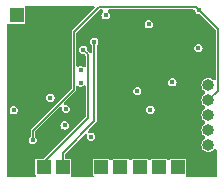
<source format=gbr>
%TF.GenerationSoftware,KiCad,Pcbnew,7.0.2-6a45011f42~172~ubuntu22.04.1*%
%TF.CreationDate,2023-06-03T20:54:13+08:00*%
%TF.ProjectId,fly2040_min,666c7932-3034-4305-9f6d-696e2e6b6963,rev?*%
%TF.SameCoordinates,PX45b6ae0PY2f1c8c0*%
%TF.FileFunction,Copper,L4,Bot*%
%TF.FilePolarity,Positive*%
%FSLAX46Y46*%
G04 Gerber Fmt 4.6, Leading zero omitted, Abs format (unit mm)*
G04 Created by KiCad (PCBNEW 7.0.2-6a45011f42~172~ubuntu22.04.1) date 2023-06-03 20:54:13*
%MOMM*%
%LPD*%
G01*
G04 APERTURE LIST*
%TA.AperFunction,ComponentPad*%
%ADD10R,1.200000X1.200000*%
%TD*%
%TA.AperFunction,ComponentPad*%
%ADD11O,1.000000X1.000000*%
%TD*%
%TA.AperFunction,ViaPad*%
%ADD12C,0.450000*%
%TD*%
%TA.AperFunction,Conductor*%
%ADD13C,0.200000*%
%TD*%
G04 APERTURE END LIST*
D10*
%TO.P,J7,1,Pin_1*%
%TO.N,NS_SCL*%
X3687500Y-14150000D03*
%TD*%
D11*
%TO.P,J8,1,Pin_1*%
%TO.N,RST*%
X17644248Y-7218121D03*
%TO.P,J8,2,Pin_2*%
%TO.N,BOOT*%
X17644248Y-8488121D03*
%TO.P,J8,3,Pin_3*%
%TO.N,D+*%
X17644248Y-9758121D03*
%TO.P,J8,4,Pin_4*%
%TO.N,D-*%
X17644248Y-11028121D03*
%TO.P,J8,5,Pin_5*%
%TO.N,+3V3*%
X17644248Y-12298121D03*
%TO.P,J8,6,Pin_6*%
%TO.N,GND*%
X17644248Y-13568121D03*
%TD*%
D10*
%TO.P,J1,1,Pin_1*%
%TO.N,NS_CPU*%
X1410000Y-1320000D03*
%TD*%
%TO.P,J4,1,Pin_1*%
%TO.N,NS_CMD*%
X11825000Y-14150000D03*
%TD*%
%TO.P,J2,1,Pin_1*%
%TO.N,NS_RST*%
X8570000Y-14150000D03*
%TD*%
%TO.P,J6,1,Pin_1*%
%TO.N,NS_SDA*%
X5320000Y-14150000D03*
%TD*%
%TO.P,J5,1,Pin_1*%
%TO.N,NS_D0*%
X13452500Y-14150000D03*
%TD*%
%TO.P,J9,1,Pin_1*%
%TO.N,GND*%
X6942500Y-14150000D03*
%TD*%
%TO.P,J3,1,Pin_1*%
%TO.N,NS_CLK*%
X10197500Y-14150000D03*
%TD*%
%TO.P,J10,1,Pin_1*%
%TO.N,+3V3*%
X15080000Y-14150000D03*
%TD*%
D12*
%TO.N,GND*%
X10730000Y-8200000D03*
X5700000Y-2420000D03*
X15920000Y-2760000D03*
%TO.N,+3V3*%
X5460000Y-10630000D03*
X12600000Y-2060000D03*
X12735000Y-9300000D03*
X8935000Y-1300000D03*
X6820000Y-5940000D03*
X1160000Y-9340000D03*
X16790000Y-4080000D03*
X14590000Y-6970000D03*
X7710000Y-11590000D03*
%TO.N,BOOT*%
X16850000Y-870000D03*
X2770000Y-11870000D03*
%TO.N,RST*%
X5580000Y-9240000D03*
%TO.N,+1V1*%
X6830000Y-6995000D03*
X11620000Y-7715000D03*
X4270000Y-8270000D03*
%TO.N,NS_SDA*%
X7980000Y-3530000D03*
%TO.N,NS_SCL*%
X7040000Y-4210000D03*
%TD*%
D13*
%TO.N,BOOT*%
X18444248Y-2464248D02*
X16850000Y-870000D01*
X6250000Y-2710000D02*
X8340000Y-620000D01*
X6250000Y-7590000D02*
X6250000Y-2710000D01*
X2770000Y-11070000D02*
X6250000Y-7590000D01*
X18444248Y-7688121D02*
X18444248Y-2464248D01*
X16600000Y-620000D02*
X16850000Y-870000D01*
X2770000Y-11870000D02*
X2770000Y-11070000D01*
X8340000Y-620000D02*
X16600000Y-620000D01*
X17644248Y-8488121D02*
X18444248Y-7688121D01*
%TO.N,NS_SDA*%
X5320000Y-12950000D02*
X5320000Y-14150000D01*
X7980000Y-10290000D02*
X5320000Y-12950000D01*
X7980000Y-3530000D02*
X7980000Y-10290000D01*
%TO.N,NS_SCL*%
X7040000Y-4210000D02*
X7060000Y-4210000D01*
X7060000Y-4210000D02*
X7460000Y-4610000D01*
X7460000Y-4610000D02*
X7460000Y-9980000D01*
X3687500Y-13752500D02*
X3687500Y-14150000D01*
X7460000Y-9980000D02*
X3687500Y-13752500D01*
%TD*%
%TA.AperFunction,Conductor*%
%TO.N,GND*%
G36*
X7953230Y-522555D02*
G01*
X7999813Y-576133D01*
X8010036Y-646390D01*
X7980651Y-711020D01*
X7974383Y-717763D01*
X6153965Y-2538181D01*
X6132779Y-2553215D01*
X6112958Y-2578069D01*
X6103556Y-2588590D01*
X6100984Y-2591161D01*
X6099051Y-2594239D01*
X6090882Y-2605752D01*
X6071063Y-2630605D01*
X6067332Y-2639614D01*
X6063772Y-2671198D01*
X6061410Y-2685104D01*
X6060600Y-2688655D01*
X6060600Y-2692286D01*
X6059808Y-2706393D01*
X6056249Y-2737980D01*
X6060600Y-2763588D01*
X6060600Y-7459357D01*
X6040598Y-7527478D01*
X6023695Y-7548452D01*
X2673965Y-10898181D01*
X2652779Y-10913215D01*
X2632958Y-10938069D01*
X2623556Y-10948590D01*
X2620984Y-10951161D01*
X2619051Y-10954239D01*
X2610882Y-10965752D01*
X2591063Y-10990605D01*
X2587332Y-10999614D01*
X2583772Y-11031198D01*
X2581410Y-11045104D01*
X2580600Y-11048655D01*
X2580600Y-11052286D01*
X2579808Y-11066393D01*
X2576249Y-11097980D01*
X2580600Y-11123588D01*
X2580600Y-11511526D01*
X2560598Y-11579647D01*
X2543696Y-11600621D01*
X2482905Y-11661412D01*
X2432500Y-11760338D01*
X2415130Y-11869999D01*
X2432500Y-11979661D01*
X2482906Y-12078589D01*
X2561410Y-12157093D01*
X2561412Y-12157094D01*
X2561413Y-12157095D01*
X2660339Y-12207500D01*
X2770000Y-12224869D01*
X2879661Y-12207500D01*
X2978587Y-12157095D01*
X3057095Y-12078587D01*
X3107500Y-11979661D01*
X3124869Y-11870000D01*
X3124843Y-11869839D01*
X3113558Y-11798587D01*
X3107500Y-11760339D01*
X3057095Y-11661413D01*
X3057094Y-11661412D01*
X3057093Y-11661410D01*
X2996305Y-11600622D01*
X2962279Y-11538310D01*
X2959400Y-11511527D01*
X2959400Y-11200641D01*
X2979402Y-11132520D01*
X2996305Y-11111546D01*
X3477852Y-10629999D01*
X5105130Y-10629999D01*
X5122500Y-10739661D01*
X5172906Y-10838589D01*
X5251410Y-10917093D01*
X5251412Y-10917094D01*
X5251413Y-10917095D01*
X5350339Y-10967500D01*
X5460000Y-10984869D01*
X5569661Y-10967500D01*
X5668587Y-10917095D01*
X5747095Y-10838587D01*
X5797500Y-10739661D01*
X5814869Y-10630000D01*
X5797500Y-10520339D01*
X5747095Y-10421413D01*
X5747094Y-10421412D01*
X5747093Y-10421410D01*
X5668589Y-10342906D01*
X5569661Y-10292500D01*
X5460000Y-10275130D01*
X5350338Y-10292500D01*
X5251410Y-10342906D01*
X5172906Y-10421410D01*
X5122500Y-10520338D01*
X5105130Y-10629999D01*
X3477852Y-10629999D01*
X4003749Y-10104102D01*
X5018162Y-9089688D01*
X5080472Y-9055665D01*
X5151287Y-9060729D01*
X5208123Y-9103276D01*
X5232934Y-9169796D01*
X5231704Y-9198495D01*
X5225130Y-9239998D01*
X5242500Y-9349661D01*
X5292906Y-9448589D01*
X5371410Y-9527093D01*
X5371412Y-9527094D01*
X5371413Y-9527095D01*
X5470339Y-9577500D01*
X5580000Y-9594869D01*
X5689661Y-9577500D01*
X5788587Y-9527095D01*
X5867095Y-9448587D01*
X5917500Y-9349661D01*
X5934869Y-9240000D01*
X5917500Y-9130339D01*
X5867095Y-9031413D01*
X5867094Y-9031412D01*
X5867093Y-9031410D01*
X5788589Y-8952906D01*
X5689661Y-8902500D01*
X5579998Y-8885130D01*
X5538495Y-8891704D01*
X5468084Y-8882604D01*
X5413770Y-8836882D01*
X5392798Y-8769053D01*
X5411826Y-8700654D01*
X5429686Y-8678164D01*
X6346031Y-7761819D01*
X6367216Y-7746788D01*
X6371123Y-7741888D01*
X6371126Y-7741887D01*
X6387038Y-7721933D01*
X6396450Y-7711401D01*
X6399016Y-7708836D01*
X6400944Y-7705766D01*
X6409125Y-7694237D01*
X6428944Y-7669386D01*
X6432665Y-7660401D01*
X6433367Y-7654166D01*
X6433369Y-7654164D01*
X6436227Y-7628796D01*
X6438591Y-7614884D01*
X6439400Y-7611341D01*
X6439400Y-7607713D01*
X6440192Y-7593605D01*
X6443049Y-7568249D01*
X6443048Y-7568247D01*
X6443750Y-7562020D01*
X6439400Y-7536412D01*
X6439400Y-7394968D01*
X6459402Y-7326847D01*
X6513058Y-7280354D01*
X6583332Y-7270250D01*
X6622601Y-7282700D01*
X6720339Y-7332500D01*
X6812629Y-7347117D01*
X6829999Y-7349869D01*
X6829999Y-7349868D01*
X6830000Y-7349869D01*
X6939661Y-7332500D01*
X7038587Y-7282095D01*
X7041918Y-7278764D01*
X7055505Y-7265178D01*
X7117817Y-7231152D01*
X7188632Y-7236217D01*
X7245468Y-7278764D01*
X7270279Y-7345284D01*
X7270600Y-7354273D01*
X7270600Y-9849357D01*
X7250598Y-9917478D01*
X7233695Y-9938452D01*
X3759551Y-13412595D01*
X3697239Y-13446621D01*
X3670456Y-13449500D01*
X3077602Y-13449500D01*
X3048287Y-13455331D01*
X3015043Y-13477543D01*
X2992830Y-13510787D01*
X2987000Y-13540100D01*
X2987000Y-14759897D01*
X2991671Y-14783382D01*
X2992831Y-14789213D01*
X3015043Y-14822457D01*
X3015044Y-14822457D01*
X3023429Y-14835007D01*
X3044643Y-14902760D01*
X3025859Y-14971227D01*
X2973041Y-15018670D01*
X2918875Y-15031008D01*
X676342Y-15034787D01*
X608188Y-15014900D01*
X561605Y-14961322D01*
X550130Y-14908659D01*
X555855Y-9366987D01*
X563054Y-9342561D01*
X560694Y-9337191D01*
X804010Y-9337191D01*
X806304Y-9347407D01*
X822500Y-9449661D01*
X872906Y-9548589D01*
X951410Y-9627093D01*
X951412Y-9627094D01*
X951413Y-9627095D01*
X1050339Y-9677500D01*
X1142629Y-9692117D01*
X1159999Y-9694869D01*
X1159999Y-9694868D01*
X1160000Y-9694869D01*
X1269661Y-9677500D01*
X1368587Y-9627095D01*
X1447095Y-9548587D01*
X1497500Y-9449661D01*
X1514869Y-9340000D01*
X1514413Y-9337124D01*
X1508533Y-9299999D01*
X1497500Y-9230339D01*
X1447095Y-9131413D01*
X1447094Y-9131412D01*
X1447093Y-9131410D01*
X1368589Y-9052906D01*
X1269661Y-9002500D01*
X1160000Y-8985130D01*
X1050338Y-9002500D01*
X951410Y-9052906D01*
X872906Y-9131410D01*
X822500Y-9230338D01*
X806360Y-9332236D01*
X804010Y-9337191D01*
X560694Y-9337191D01*
X556950Y-9328672D01*
X555911Y-9312406D01*
X556988Y-8269999D01*
X3915130Y-8269999D01*
X3932500Y-8379661D01*
X3982906Y-8478589D01*
X4061410Y-8557093D01*
X4061412Y-8557094D01*
X4061413Y-8557095D01*
X4160339Y-8607500D01*
X4270000Y-8624869D01*
X4379661Y-8607500D01*
X4478587Y-8557095D01*
X4557095Y-8478587D01*
X4607500Y-8379661D01*
X4624869Y-8270000D01*
X4607500Y-8160339D01*
X4557095Y-8061413D01*
X4557094Y-8061412D01*
X4557093Y-8061410D01*
X4478589Y-7982906D01*
X4379661Y-7932500D01*
X4270000Y-7915130D01*
X4160338Y-7932500D01*
X4061410Y-7982906D01*
X3982906Y-8061410D01*
X3932500Y-8160338D01*
X3915130Y-8269999D01*
X556988Y-8269999D01*
X563350Y-2111662D01*
X583422Y-2043564D01*
X637126Y-1997126D01*
X707411Y-1987095D01*
X759350Y-2007027D01*
X770787Y-2014669D01*
X800101Y-2020500D01*
X2019898Y-2020499D01*
X2049213Y-2014669D01*
X2082457Y-1992457D01*
X2104669Y-1959213D01*
X2110500Y-1929899D01*
X2110499Y-710102D01*
X2104669Y-680787D01*
X2104668Y-680786D01*
X2101088Y-662781D01*
X2107419Y-592067D01*
X2150975Y-536001D01*
X2217929Y-512384D01*
X2224427Y-512204D01*
X7885081Y-502669D01*
X7953230Y-522555D01*
G37*
%TD.AperFunction*%
%TA.AperFunction,Conductor*%
G36*
X8693848Y-829402D02*
G01*
X8740341Y-883058D01*
X8750445Y-953332D01*
X8720951Y-1017912D01*
X8714822Y-1024495D01*
X8647906Y-1091410D01*
X8597500Y-1190338D01*
X8580130Y-1299999D01*
X8597500Y-1409661D01*
X8647906Y-1508589D01*
X8726410Y-1587093D01*
X8726412Y-1587094D01*
X8726413Y-1587095D01*
X8825339Y-1637500D01*
X8935000Y-1654869D01*
X9044661Y-1637500D01*
X9143587Y-1587095D01*
X9222095Y-1508587D01*
X9272500Y-1409661D01*
X9289869Y-1300000D01*
X9272500Y-1190339D01*
X9222095Y-1091413D01*
X9222094Y-1091412D01*
X9222093Y-1091410D01*
X9155178Y-1024495D01*
X9121152Y-962183D01*
X9126217Y-891368D01*
X9168764Y-834532D01*
X9235284Y-809721D01*
X9244273Y-809400D01*
X16377919Y-809400D01*
X16446040Y-829402D01*
X16492533Y-883058D01*
X16502368Y-915689D01*
X16512500Y-979661D01*
X16562906Y-1078589D01*
X16641410Y-1157093D01*
X16641412Y-1157094D01*
X16641413Y-1157095D01*
X16740339Y-1207500D01*
X16850000Y-1224869D01*
X16850001Y-1224868D01*
X16850002Y-1224869D01*
X16861709Y-1223015D01*
X16932120Y-1232113D01*
X16970516Y-1258368D01*
X18217943Y-2505795D01*
X18251969Y-2568107D01*
X18254848Y-2594890D01*
X18254848Y-6674234D01*
X18234846Y-6742355D01*
X18181190Y-6788848D01*
X18110916Y-6798952D01*
X18052144Y-6774196D01*
X17947090Y-6693585D01*
X17801009Y-6633076D01*
X17644248Y-6612439D01*
X17487486Y-6633076D01*
X17341405Y-6693585D01*
X17215965Y-6789838D01*
X17119712Y-6915278D01*
X17059203Y-7061359D01*
X17038566Y-7218121D01*
X17059203Y-7374882D01*
X17119712Y-7520963D01*
X17215965Y-7646403D01*
X17354567Y-7752756D01*
X17351662Y-7756541D01*
X17382358Y-7781295D01*
X17404756Y-7848666D01*
X17387175Y-7917452D01*
X17352016Y-7950162D01*
X17354567Y-7953486D01*
X17215965Y-8059838D01*
X17119712Y-8185278D01*
X17059203Y-8331359D01*
X17038566Y-8488121D01*
X17059203Y-8644882D01*
X17119712Y-8790963D01*
X17215965Y-8916403D01*
X17354567Y-9022756D01*
X17351660Y-9026543D01*
X17382295Y-9051203D01*
X17404752Y-9118555D01*
X17387232Y-9187355D01*
X17352023Y-9220171D01*
X17354567Y-9223486D01*
X17215965Y-9329838D01*
X17119712Y-9455278D01*
X17059203Y-9601359D01*
X17038566Y-9758121D01*
X17059203Y-9914882D01*
X17119712Y-10060963D01*
X17215965Y-10186403D01*
X17354567Y-10292756D01*
X17351662Y-10296541D01*
X17382358Y-10321295D01*
X17404756Y-10388666D01*
X17387175Y-10457452D01*
X17352016Y-10490162D01*
X17354567Y-10493486D01*
X17215965Y-10599838D01*
X17119712Y-10725278D01*
X17059203Y-10871359D01*
X17038566Y-11028120D01*
X17059203Y-11184882D01*
X17119712Y-11330963D01*
X17215965Y-11456403D01*
X17354567Y-11562756D01*
X17351660Y-11566543D01*
X17382295Y-11591203D01*
X17404752Y-11658555D01*
X17387232Y-11727355D01*
X17352023Y-11760171D01*
X17354567Y-11763486D01*
X17215965Y-11869838D01*
X17119712Y-11995278D01*
X17059203Y-12141359D01*
X17038566Y-12298121D01*
X17059203Y-12454882D01*
X17119712Y-12600963D01*
X17215965Y-12726403D01*
X17341405Y-12822656D01*
X17341406Y-12822656D01*
X17341407Y-12822657D01*
X17487486Y-12883165D01*
X17644248Y-12903803D01*
X17801010Y-12883165D01*
X17947089Y-12822657D01*
X18072530Y-12726403D01*
X18132178Y-12648666D01*
X18189514Y-12606802D01*
X18260385Y-12602580D01*
X18322288Y-12637344D01*
X18355569Y-12700056D01*
X18358139Y-12725547D01*
X18355173Y-14879385D01*
X18335077Y-14947478D01*
X18281357Y-14993897D01*
X18229385Y-15005211D01*
X15863621Y-15009197D01*
X15795467Y-14989310D01*
X15748884Y-14935732D01*
X15738661Y-14865475D01*
X15758643Y-14813197D01*
X15774669Y-14789213D01*
X15780500Y-14759899D01*
X15780499Y-13540102D01*
X15774669Y-13510787D01*
X15752457Y-13477543D01*
X15719213Y-13455331D01*
X15719212Y-13455330D01*
X15689899Y-13449500D01*
X14470102Y-13449500D01*
X14440787Y-13455331D01*
X14407543Y-13477543D01*
X14371407Y-13531626D01*
X14368212Y-13529491D01*
X14356907Y-13551095D01*
X14295206Y-13586217D01*
X14224312Y-13582405D01*
X14166733Y-13540870D01*
X14162182Y-13530900D01*
X14161094Y-13531628D01*
X14147169Y-13510787D01*
X14124957Y-13477543D01*
X14091713Y-13455331D01*
X14091712Y-13455330D01*
X14062399Y-13449500D01*
X12842602Y-13449500D01*
X12813287Y-13455331D01*
X12780043Y-13477543D01*
X12743907Y-13531626D01*
X12740712Y-13529491D01*
X12729407Y-13551095D01*
X12667706Y-13586217D01*
X12596812Y-13582405D01*
X12539233Y-13540870D01*
X12534682Y-13530900D01*
X12533594Y-13531628D01*
X12519669Y-13510787D01*
X12497457Y-13477543D01*
X12464213Y-13455331D01*
X12464212Y-13455330D01*
X12434899Y-13449500D01*
X11215102Y-13449500D01*
X11185787Y-13455331D01*
X11152543Y-13477543D01*
X11116407Y-13531626D01*
X11113212Y-13529491D01*
X11101907Y-13551095D01*
X11040206Y-13586217D01*
X10969312Y-13582405D01*
X10911733Y-13540870D01*
X10907182Y-13530900D01*
X10906094Y-13531628D01*
X10892169Y-13510787D01*
X10869957Y-13477543D01*
X10836713Y-13455331D01*
X10836712Y-13455330D01*
X10807399Y-13449500D01*
X9587602Y-13449500D01*
X9558287Y-13455331D01*
X9525043Y-13477543D01*
X9488907Y-13531626D01*
X9485712Y-13529491D01*
X9474407Y-13551095D01*
X9412706Y-13586217D01*
X9341812Y-13582405D01*
X9284233Y-13540870D01*
X9279682Y-13530900D01*
X9278594Y-13531628D01*
X9264669Y-13510787D01*
X9242457Y-13477543D01*
X9209213Y-13455331D01*
X9209212Y-13455330D01*
X9179899Y-13449500D01*
X7960102Y-13449500D01*
X7930787Y-13455331D01*
X7897543Y-13477543D01*
X7875330Y-13510787D01*
X7869500Y-13540100D01*
X7869500Y-14759897D01*
X7874171Y-14783381D01*
X7875331Y-14789213D01*
X7891354Y-14813194D01*
X7900439Y-14826791D01*
X7921652Y-14894544D01*
X7902868Y-14963011D01*
X7850049Y-15010453D01*
X7795884Y-15022791D01*
X6092621Y-15025661D01*
X6024467Y-15005774D01*
X5977884Y-14952196D01*
X5967661Y-14881940D01*
X5987644Y-14829659D01*
X5992455Y-14822458D01*
X5992457Y-14822457D01*
X6014669Y-14789213D01*
X6020500Y-14759899D01*
X6020499Y-13540102D01*
X6014669Y-13510787D01*
X5992457Y-13477543D01*
X5959213Y-13455331D01*
X5959212Y-13455330D01*
X5929900Y-13449500D01*
X5929899Y-13449500D01*
X5635400Y-13449500D01*
X5567279Y-13429498D01*
X5520786Y-13375842D01*
X5509400Y-13323500D01*
X5509400Y-13080640D01*
X5529402Y-13012519D01*
X5546300Y-12991550D01*
X7157572Y-11380278D01*
X7219882Y-11346254D01*
X7290697Y-11351319D01*
X7347533Y-11393866D01*
X7372344Y-11460386D01*
X7371114Y-11489086D01*
X7355130Y-11589999D01*
X7372500Y-11699661D01*
X7422906Y-11798589D01*
X7501410Y-11877093D01*
X7501412Y-11877094D01*
X7501413Y-11877095D01*
X7600339Y-11927500D01*
X7710000Y-11944869D01*
X7819661Y-11927500D01*
X7918587Y-11877095D01*
X7997095Y-11798587D01*
X8047500Y-11699661D01*
X8064869Y-11590000D01*
X8047500Y-11480339D01*
X7997095Y-11381413D01*
X7997094Y-11381412D01*
X7997093Y-11381410D01*
X7918589Y-11302906D01*
X7819661Y-11252500D01*
X7709999Y-11235130D01*
X7609086Y-11251114D01*
X7538675Y-11242014D01*
X7484361Y-11196292D01*
X7463388Y-11128464D01*
X7482415Y-11060065D01*
X7500276Y-11037574D01*
X8076031Y-10461819D01*
X8097216Y-10446788D01*
X8101123Y-10441888D01*
X8101126Y-10441887D01*
X8117038Y-10421933D01*
X8126450Y-10411401D01*
X8129016Y-10408836D01*
X8130944Y-10405766D01*
X8139125Y-10394237D01*
X8158944Y-10369386D01*
X8162665Y-10360401D01*
X8163367Y-10354166D01*
X8163369Y-10354164D01*
X8166227Y-10328796D01*
X8168591Y-10314884D01*
X8169400Y-10311341D01*
X8169400Y-10307713D01*
X8170192Y-10293605D01*
X8170288Y-10292756D01*
X8173049Y-10268249D01*
X8173048Y-10268247D01*
X8173750Y-10262020D01*
X8169400Y-10236412D01*
X8169400Y-9299999D01*
X12380130Y-9299999D01*
X12397500Y-9409661D01*
X12447906Y-9508589D01*
X12526410Y-9587093D01*
X12526412Y-9587094D01*
X12526413Y-9587095D01*
X12625339Y-9637500D01*
X12735000Y-9654869D01*
X12844661Y-9637500D01*
X12943587Y-9587095D01*
X13022095Y-9508587D01*
X13072500Y-9409661D01*
X13089869Y-9300000D01*
X13072500Y-9190339D01*
X13022095Y-9091413D01*
X13022094Y-9091412D01*
X13022093Y-9091410D01*
X12943589Y-9012906D01*
X12844661Y-8962500D01*
X12735000Y-8945130D01*
X12625338Y-8962500D01*
X12526410Y-9012906D01*
X12447906Y-9091410D01*
X12397500Y-9190338D01*
X12380130Y-9299999D01*
X8169400Y-9299999D01*
X8169400Y-7715000D01*
X11265130Y-7715000D01*
X11282500Y-7824661D01*
X11332906Y-7923589D01*
X11411410Y-8002093D01*
X11411412Y-8002094D01*
X11411413Y-8002095D01*
X11510339Y-8052500D01*
X11620000Y-8069869D01*
X11729661Y-8052500D01*
X11828587Y-8002095D01*
X11907095Y-7923587D01*
X11957500Y-7824661D01*
X11974869Y-7715000D01*
X11957500Y-7605339D01*
X11907095Y-7506413D01*
X11907094Y-7506412D01*
X11907093Y-7506410D01*
X11828589Y-7427906D01*
X11729661Y-7377500D01*
X11620000Y-7360130D01*
X11510338Y-7377500D01*
X11411410Y-7427906D01*
X11332906Y-7506410D01*
X11282500Y-7605338D01*
X11265130Y-7715000D01*
X8169400Y-7715000D01*
X8169400Y-6970000D01*
X14235130Y-6970000D01*
X14252500Y-7079661D01*
X14302906Y-7178589D01*
X14381410Y-7257093D01*
X14381412Y-7257094D01*
X14381413Y-7257095D01*
X14480339Y-7307500D01*
X14572629Y-7322117D01*
X14589999Y-7324869D01*
X14589999Y-7324868D01*
X14590000Y-7324869D01*
X14699661Y-7307500D01*
X14798587Y-7257095D01*
X14877095Y-7178587D01*
X14927500Y-7079661D01*
X14944869Y-6970000D01*
X14927500Y-6860339D01*
X14877095Y-6761413D01*
X14877094Y-6761412D01*
X14877093Y-6761410D01*
X14798589Y-6682906D01*
X14699661Y-6632500D01*
X14589999Y-6615130D01*
X14480338Y-6632500D01*
X14381410Y-6682906D01*
X14302906Y-6761410D01*
X14252500Y-6860338D01*
X14235130Y-6970000D01*
X8169400Y-6970000D01*
X8169400Y-4080000D01*
X16435130Y-4080000D01*
X16452500Y-4189661D01*
X16502906Y-4288589D01*
X16581410Y-4367093D01*
X16581412Y-4367094D01*
X16581413Y-4367095D01*
X16680339Y-4417500D01*
X16790000Y-4434869D01*
X16899661Y-4417500D01*
X16998587Y-4367095D01*
X17077095Y-4288587D01*
X17127500Y-4189661D01*
X17144869Y-4080000D01*
X17127500Y-3970339D01*
X17077095Y-3871413D01*
X17077094Y-3871412D01*
X17077093Y-3871410D01*
X16998589Y-3792906D01*
X16899661Y-3742500D01*
X16790000Y-3725130D01*
X16680338Y-3742500D01*
X16581410Y-3792906D01*
X16502906Y-3871410D01*
X16452500Y-3970338D01*
X16435130Y-4080000D01*
X8169400Y-4080000D01*
X8169400Y-3888473D01*
X8189402Y-3820352D01*
X8206305Y-3799378D01*
X8267093Y-3738589D01*
X8267095Y-3738587D01*
X8317500Y-3639661D01*
X8334869Y-3530000D01*
X8317500Y-3420339D01*
X8267095Y-3321413D01*
X8267094Y-3321412D01*
X8267093Y-3321410D01*
X8188589Y-3242906D01*
X8089661Y-3192500D01*
X7980000Y-3175130D01*
X7870338Y-3192500D01*
X7771410Y-3242906D01*
X7692906Y-3321410D01*
X7642500Y-3420338D01*
X7625130Y-3529999D01*
X7642500Y-3639661D01*
X7692906Y-3738589D01*
X7753695Y-3799378D01*
X7787721Y-3861690D01*
X7790600Y-3888473D01*
X7790600Y-4360697D01*
X7770598Y-4428818D01*
X7716942Y-4475311D01*
X7646668Y-4485415D01*
X7608326Y-4467904D01*
X7607033Y-4470590D01*
X7590452Y-4462604D01*
X7556032Y-4438180D01*
X7431102Y-4313250D01*
X7397076Y-4250938D01*
X7396137Y-4218006D01*
X7394617Y-4208412D01*
X7377500Y-4100339D01*
X7327095Y-4001413D01*
X7327094Y-4001412D01*
X7327093Y-4001410D01*
X7248589Y-3922906D01*
X7149661Y-3872500D01*
X7039999Y-3855130D01*
X6930338Y-3872500D01*
X6831410Y-3922906D01*
X6752906Y-4001410D01*
X6702500Y-4100338D01*
X6689849Y-4180212D01*
X6676394Y-4208593D01*
X6686296Y-4224000D01*
X6689849Y-4239787D01*
X6702500Y-4319661D01*
X6752906Y-4418589D01*
X6831410Y-4497093D01*
X6831412Y-4497094D01*
X6831413Y-4497095D01*
X6930339Y-4547500D01*
X7040000Y-4564869D01*
X7040000Y-4564868D01*
X7040001Y-4564869D01*
X7068973Y-4560280D01*
X7139384Y-4569378D01*
X7177781Y-4595633D01*
X7233695Y-4651547D01*
X7267721Y-4713859D01*
X7270600Y-4740642D01*
X7270600Y-5590726D01*
X7250598Y-5658847D01*
X7196942Y-5705340D01*
X7126668Y-5715444D01*
X7062088Y-5685950D01*
X7055506Y-5679823D01*
X7028587Y-5652905D01*
X6929661Y-5602500D01*
X6820000Y-5585130D01*
X6710336Y-5602500D01*
X6622602Y-5647203D01*
X6552825Y-5660307D01*
X6487041Y-5633606D01*
X6446135Y-5575579D01*
X6439400Y-5534936D01*
X6439400Y-4259498D01*
X6454400Y-4208412D01*
X6440439Y-4176649D01*
X6439400Y-4160501D01*
X6439400Y-2840642D01*
X6459402Y-2772521D01*
X6476305Y-2751547D01*
X7167852Y-2060000D01*
X12245130Y-2060000D01*
X12262500Y-2169661D01*
X12312906Y-2268589D01*
X12391410Y-2347093D01*
X12391412Y-2347094D01*
X12391413Y-2347095D01*
X12490339Y-2397500D01*
X12582629Y-2412117D01*
X12599999Y-2414869D01*
X12599999Y-2414868D01*
X12600000Y-2414869D01*
X12709661Y-2397500D01*
X12808587Y-2347095D01*
X12887095Y-2268587D01*
X12937500Y-2169661D01*
X12954869Y-2060000D01*
X12937500Y-1950339D01*
X12887095Y-1851413D01*
X12887094Y-1851412D01*
X12887093Y-1851410D01*
X12808589Y-1772906D01*
X12709661Y-1722500D01*
X12600000Y-1705130D01*
X12490338Y-1722500D01*
X12391410Y-1772906D01*
X12312906Y-1851410D01*
X12262500Y-1950338D01*
X12245130Y-2060000D01*
X7167852Y-2060000D01*
X8381547Y-846305D01*
X8443859Y-812279D01*
X8470642Y-809400D01*
X8625727Y-809400D01*
X8693848Y-829402D01*
G37*
%TD.AperFunction*%
%TD*%
M02*

</source>
